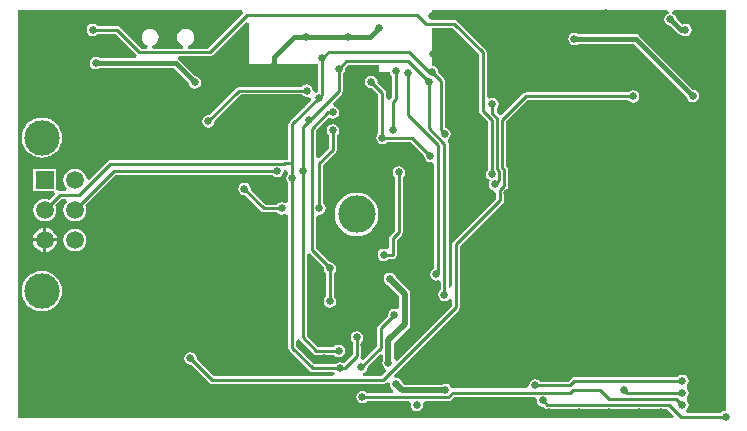
<source format=gbl>
%FSLAX23Y23*%
%MOIN*%
G70*
G01*
G75*
G04 Layer_Physical_Order=2*
G04 Layer_Color=16711680*
%ADD10R,0.026X0.030*%
%ADD11R,0.030X0.026*%
%ADD12R,0.031X0.028*%
%ADD13R,0.039X0.031*%
%ADD14R,0.028X0.059*%
%ADD15R,0.012X0.020*%
%ADD16R,0.020X0.012*%
%ADD17R,0.051X0.022*%
%ADD18R,0.024X0.024*%
%ADD19R,0.118X0.039*%
%ADD20R,0.039X0.118*%
%ADD21R,0.010X0.020*%
%ADD22R,0.020X0.010*%
%ADD23R,0.010X0.013*%
%ADD24R,0.013X0.010*%
%ADD25O,0.065X0.012*%
%ADD26R,0.037X0.018*%
%ADD27R,0.035X0.031*%
%ADD28R,0.031X0.035*%
%ADD29R,0.063X0.224*%
%ADD30R,0.024X0.024*%
%ADD31R,0.035X0.026*%
%ADD32R,0.026X0.035*%
%ADD33R,0.033X0.059*%
%ADD34R,0.169X0.065*%
%ADD35R,0.053X0.094*%
%ADD36R,0.028X0.018*%
%ADD37R,0.063X0.098*%
%ADD38R,0.012X0.031*%
%ADD39R,0.031X0.012*%
%ADD40R,0.047X0.047*%
%ADD41R,0.051X0.016*%
%ADD42R,0.022X0.051*%
%ADD43C,0.010*%
%ADD44C,0.030*%
%ADD45C,0.015*%
%ADD46C,0.020*%
%ADD47C,0.040*%
%ADD48C,0.011*%
%ADD49C,0.008*%
%ADD50C,0.125*%
%ADD51C,0.118*%
%ADD52C,0.059*%
%ADD53R,0.059X0.059*%
%ADD54C,0.025*%
G36*
X37Y-470D02*
Y-486D01*
X36Y-487D01*
X34Y-495D01*
X36Y-503D01*
X40Y-510D01*
X44Y-513D01*
X47Y-522D01*
X47Y-524D01*
X32Y-540D01*
X-28D01*
X-29Y-530D01*
X-27Y-529D01*
X-20Y-525D01*
X-16Y-518D01*
X-14Y-510D01*
X-14Y-508D01*
X27Y-466D01*
X37Y-470D01*
D02*
G37*
G36*
X357Y535D02*
Y345D01*
X358Y340D01*
X361Y336D01*
X387Y310D01*
Y149D01*
X386Y149D01*
X382Y142D01*
X380Y134D01*
X382Y126D01*
X386Y119D01*
X393Y115D01*
X391Y109D01*
X391Y108D01*
X389Y100D01*
X391Y92D01*
X395Y85D01*
X396Y85D01*
X402Y81D01*
X404Y80D01*
D01*
X411Y75D01*
X413Y70D01*
Y52D01*
X271Y-91D01*
X268Y-95D01*
X267Y-100D01*
Y-238D01*
X257Y-244D01*
X256Y-243D01*
X256Y-243D01*
Y231D01*
X256Y235D01*
X255Y240D01*
D01*
Y240D01*
X255Y250D01*
X257Y253D01*
X258Y253D01*
X262Y260D01*
X264Y268D01*
X262Y276D01*
X258Y283D01*
X251Y287D01*
X243Y289D01*
Y445D01*
X242Y450D01*
X239Y454D01*
X221Y473D01*
X221Y475D01*
X219Y483D01*
X215Y490D01*
X208Y494D01*
X200Y496D01*
Y622D01*
X270D01*
X357Y535D01*
D02*
G37*
G36*
X25Y475D02*
X60D01*
X61Y470D01*
X65Y463D01*
X67Y462D01*
Y390D01*
X61Y384D01*
X58Y381D01*
X58Y381D01*
X48Y387D01*
Y405D01*
X48Y405D01*
X47Y410D01*
X44Y414D01*
X18Y441D01*
X19Y442D01*
X17Y450D01*
X12Y457D01*
X6Y462D01*
X-2Y463D01*
X-10Y462D01*
X-17Y457D01*
X-22Y450D01*
X-23Y442D01*
X-22Y434D01*
X-17Y428D01*
X-10Y423D01*
X-2Y421D01*
X-1Y422D01*
X22Y400D01*
Y271D01*
X20Y270D01*
X16Y263D01*
X14Y255D01*
X16Y247D01*
X20Y240D01*
X27Y236D01*
X35Y234D01*
X43Y236D01*
X50Y240D01*
X51Y242D01*
X130D01*
X174Y197D01*
X174Y195D01*
X176Y187D01*
X180Y180D01*
X187Y176D01*
X195Y174D01*
X197Y174D01*
X207Y167D01*
Y-181D01*
X200Y-185D01*
X196Y-192D01*
X194Y-200D01*
X196Y-208D01*
X200Y-215D01*
X207Y-219D01*
X215Y-221D01*
X219Y-220D01*
X229Y-226D01*
Y-252D01*
X228Y-253D01*
X223Y-260D01*
X221Y-268D01*
X223Y-276D01*
X228Y-282D01*
X234Y-287D01*
X242Y-289D01*
X250Y-287D01*
X257Y-283D01*
X259Y-283D01*
X267Y-286D01*
Y-305D01*
X84Y-487D01*
X82Y-487D01*
X73Y-480D01*
Y-428D01*
X123Y-378D01*
X126Y-374D01*
X127Y-372D01*
X128Y-365D01*
Y-265D01*
X127Y-259D01*
X127Y-258D01*
X123Y-252D01*
X80Y-209D01*
X79Y-207D01*
X75Y-200D01*
X68Y-196D01*
X60Y-194D01*
X52Y-196D01*
X45Y-200D01*
X41Y-207D01*
X39Y-215D01*
X41Y-223D01*
X45Y-230D01*
X52Y-234D01*
X54Y-235D01*
X92Y-273D01*
Y-309D01*
X85Y-314D01*
X82Y-315D01*
X75Y-314D01*
X67Y-316D01*
X60Y-320D01*
X56Y-327D01*
X54Y-335D01*
X54Y-337D01*
X21Y-371D01*
X18Y-375D01*
X17Y-380D01*
Y-440D01*
X-27Y-483D01*
X-30Y-484D01*
X-30Y-484D01*
X-38Y-477D01*
X-37Y-472D01*
Y-426D01*
X-35Y-425D01*
X-31Y-418D01*
X-29Y-410D01*
X-31Y-402D01*
X-35Y-395D01*
X-42Y-391D01*
X-50Y-389D01*
X-58Y-391D01*
X-65Y-395D01*
X-69Y-402D01*
X-71Y-410D01*
X-69Y-418D01*
X-65Y-425D01*
X-63Y-426D01*
Y-467D01*
X-93Y-496D01*
X-97Y-494D01*
X-105Y-492D01*
X-113Y-494D01*
X-120Y-498D01*
X-121Y-500D01*
X-192D01*
X-252Y-440D01*
Y-422D01*
X-242Y-416D01*
X-242Y-416D01*
X-239Y-419D01*
X-194Y-464D01*
X-190Y-467D01*
X-185Y-468D01*
X-126D01*
X-125Y-470D01*
X-118Y-474D01*
X-110Y-476D01*
X-102Y-474D01*
X-95Y-470D01*
X-91Y-463D01*
X-89Y-455D01*
X-91Y-447D01*
X-95Y-440D01*
X-102Y-436D01*
X-110Y-434D01*
X-118Y-436D01*
X-125Y-440D01*
X-126Y-442D01*
X-180D01*
X-217Y-405D01*
Y-133D01*
X-207Y-130D01*
X-160Y-176D01*
X-161Y-180D01*
X-159Y-188D01*
X-155Y-195D01*
X-153Y-196D01*
Y-274D01*
X-155Y-275D01*
X-159Y-282D01*
X-161Y-290D01*
X-159Y-298D01*
X-155Y-305D01*
X-148Y-309D01*
X-140Y-311D01*
X-132Y-309D01*
X-125Y-305D01*
X-121Y-298D01*
X-119Y-290D01*
X-121Y-282D01*
X-125Y-275D01*
X-127Y-274D01*
Y-196D01*
X-125Y-195D01*
X-121Y-188D01*
X-119Y-180D01*
X-121Y-172D01*
X-125Y-165D01*
X-132Y-161D01*
X-140Y-159D01*
X-187Y-112D01*
Y-8D01*
X-177Y-1D01*
X-175Y-1D01*
X-167Y1D01*
X-160Y5D01*
X-156Y12D01*
X-154Y20D01*
X-156Y28D01*
X-160Y35D01*
X-162Y36D01*
Y165D01*
X-121Y206D01*
X-118Y210D01*
X-117Y215D01*
Y264D01*
X-115Y265D01*
X-111Y272D01*
X-109Y280D01*
X-111Y288D01*
X-115Y295D01*
X-122Y299D01*
X-130Y301D01*
X-138Y299D01*
X-145Y295D01*
X-149Y288D01*
X-151Y280D01*
X-149Y272D01*
X-145Y265D01*
X-143Y264D01*
Y220D01*
X-177Y187D01*
X-187Y191D01*
Y280D01*
X-143Y324D01*
X-138Y321D01*
X-130Y319D01*
X-122Y321D01*
X-115Y325D01*
X-111Y332D01*
X-109Y340D01*
X-111Y348D01*
X-115Y355D01*
X-122Y359D01*
X-127Y360D01*
X-131Y369D01*
X-131Y370D01*
X-101Y401D01*
X-98Y405D01*
X-97Y410D01*
Y469D01*
X-95Y470D01*
X-91Y477D01*
X-89Y485D01*
X-89Y487D01*
X-80Y497D01*
X25D01*
Y475D01*
D02*
G37*
G36*
X1180Y-654D02*
X1172Y-656D01*
X1165Y-660D01*
X1164Y-662D01*
X1050D01*
X1047Y-652D01*
X1050Y-650D01*
X1054Y-643D01*
X1056Y-635D01*
X1054Y-627D01*
X1050Y-620D01*
Y-610D01*
X1054Y-603D01*
X1056Y-595D01*
X1054Y-587D01*
X1050Y-580D01*
Y-570D01*
X1054Y-563D01*
X1056Y-555D01*
X1054Y-547D01*
X1050Y-540D01*
X1043Y-536D01*
X1035Y-534D01*
X1027Y-536D01*
X1020Y-540D01*
X1019Y-542D01*
X675D01*
X670Y-543D01*
X666Y-546D01*
X655Y-557D01*
X561D01*
X560Y-555D01*
X553Y-551D01*
X545Y-549D01*
X537Y-551D01*
X530Y-555D01*
X526Y-562D01*
X524Y-570D01*
X524Y-570D01*
X516Y-580D01*
X270D01*
X269Y-580D01*
X264Y-577D01*
X260Y-570D01*
X253Y-566D01*
X245Y-564D01*
X237Y-566D01*
X236Y-567D01*
X108D01*
X100Y-559D01*
X99Y-557D01*
X95Y-550D01*
X88Y-546D01*
X80Y-544D01*
X78Y-544D01*
X74Y-535D01*
X289Y-319D01*
X292Y-315D01*
X293Y-310D01*
Y-105D01*
X436Y37D01*
X439Y41D01*
X440Y47D01*
Y74D01*
X450Y85D01*
X453Y89D01*
X454Y94D01*
Y150D01*
X453Y155D01*
X450Y159D01*
X448Y161D01*
Y310D01*
X520Y381D01*
X855D01*
X856Y379D01*
X863Y375D01*
X871Y373D01*
X879Y375D01*
X886Y379D01*
X890Y386D01*
X892Y394D01*
X890Y402D01*
X886Y409D01*
X879Y413D01*
X871Y415D01*
X863Y413D01*
X856Y409D01*
X855Y407D01*
X514D01*
X509Y406D01*
X505Y404D01*
X432Y330D01*
X425Y331D01*
X416Y341D01*
Y352D01*
X417Y353D01*
X422Y359D01*
X423Y367D01*
X422Y375D01*
X417Y382D01*
X410Y387D01*
X402Y388D01*
X394Y387D01*
X393Y386D01*
X383Y391D01*
Y540D01*
X382Y545D01*
X379Y549D01*
X284Y644D01*
X280Y647D01*
X275Y648D01*
X200D01*
Y680D01*
X982D01*
X990Y675D01*
X990Y670D01*
X987Y669D01*
X982Y666D01*
X980Y665D01*
X976Y658D01*
X974Y650D01*
X976Y642D01*
X980Y635D01*
X987Y631D01*
X993Y629D01*
X1019Y604D01*
X1024Y600D01*
X1030Y599D01*
X1032D01*
X1037Y596D01*
X1045Y594D01*
X1053Y596D01*
X1060Y600D01*
X1064Y607D01*
X1066Y615D01*
X1064Y623D01*
X1060Y630D01*
X1053Y634D01*
X1045Y636D01*
X1037Y634D01*
X1035Y633D01*
X1016Y652D01*
X1014Y658D01*
X1010Y665D01*
X1008Y666D01*
X1003Y669D01*
X1000Y670D01*
X1000Y675D01*
X1008Y680D01*
X1180D01*
Y-654D01*
D02*
G37*
G36*
X-429Y670D02*
X-545Y553D01*
X-612D01*
X-614Y563D01*
X-607Y566D01*
X-601Y570D01*
X-597Y576D01*
X-594Y583D01*
X-593Y590D01*
X-594Y597D01*
X-597Y604D01*
X-601Y610D01*
X-607Y614D01*
X-614Y617D01*
X-621Y618D01*
X-628Y617D01*
X-635Y614D01*
X-641Y610D01*
X-645Y604D01*
X-648Y597D01*
X-649Y590D01*
X-648Y583D01*
X-645Y576D01*
X-641Y570D01*
X-635Y566D01*
X-628Y563D01*
X-630Y553D01*
X-730D01*
X-732Y563D01*
X-725Y566D01*
X-719Y570D01*
X-715Y576D01*
X-712Y583D01*
X-711Y590D01*
X-712Y597D01*
X-715Y604D01*
X-719Y610D01*
X-725Y614D01*
X-732Y617D01*
X-739Y618D01*
X-746Y617D01*
X-753Y614D01*
X-759Y610D01*
X-763Y604D01*
X-766Y597D01*
X-767Y590D01*
X-766Y583D01*
X-763Y576D01*
X-759Y570D01*
X-753Y566D01*
X-746Y563D01*
X-748Y553D01*
X-770D01*
X-841Y624D01*
X-845Y627D01*
X-850Y628D01*
X-914D01*
X-915Y630D01*
X-922Y634D01*
X-930Y636D01*
X-938Y634D01*
X-945Y630D01*
X-949Y623D01*
X-951Y615D01*
X-949Y607D01*
X-945Y600D01*
X-938Y596D01*
X-930Y594D01*
X-922Y596D01*
X-915Y600D01*
X-914Y602D01*
X-855D01*
X-784Y531D01*
X-784Y530D01*
X-787Y520D01*
X-907D01*
X-913Y524D01*
X-921Y525D01*
X-929Y524D01*
X-935Y519D01*
X-940Y512D01*
X-941Y504D01*
X-940Y496D01*
X-935Y490D01*
X-929Y485D01*
X-921Y484D01*
X-913Y485D01*
X-907Y489D01*
X-661D01*
X-611Y438D01*
X-609Y432D01*
X-605Y425D01*
X-598Y421D01*
X-590Y419D01*
X-582Y421D01*
X-575Y425D01*
X-571Y432D01*
X-569Y440D01*
X-571Y448D01*
X-575Y455D01*
X-582Y459D01*
X-588Y461D01*
X-643Y516D01*
X-645Y517D01*
X-642Y527D01*
X-540D01*
X-535Y528D01*
X-531Y531D01*
X-419Y642D01*
X-410Y638D01*
Y500D01*
X-178D01*
Y410D01*
X-184Y409D01*
X-187Y406D01*
X-196Y412D01*
X-196Y413D01*
X-198Y421D01*
X-202Y428D01*
X-209Y432D01*
X-217Y434D01*
X-225Y432D01*
X-232Y428D01*
X-233Y426D01*
X-442D01*
X-447Y425D01*
X-451Y422D01*
X-543Y331D01*
X-545Y331D01*
X-553Y329D01*
X-560Y325D01*
X-564Y318D01*
X-566Y310D01*
X-564Y302D01*
X-560Y295D01*
X-553Y291D01*
X-545Y289D01*
X-537Y291D01*
X-530Y295D01*
X-526Y302D01*
X-524Y310D01*
X-524Y312D01*
X-436Y400D01*
X-233D01*
X-232Y398D01*
X-225Y394D01*
X-217Y392D01*
X-213Y393D01*
X-204Y388D01*
X-202Y386D01*
X-202Y382D01*
X-274Y309D01*
X-277Y305D01*
X-278Y300D01*
Y183D01*
X-290D01*
X-295Y182D01*
X-296Y182D01*
X-872D01*
X-877Y181D01*
X-881Y178D01*
X-942Y116D01*
X-953Y120D01*
X-953Y125D01*
X-957Y134D01*
X-963Y142D01*
X-971Y148D01*
X-980Y152D01*
X-990Y153D01*
X-1000Y152D01*
X-1009Y148D01*
X-1017Y142D01*
X-1023Y134D01*
X-1027Y125D01*
X-1028Y115D01*
X-1027Y105D01*
X-1023Y96D01*
X-1017Y88D01*
X-1020Y78D01*
X-1040D01*
X-1042Y78D01*
X-1050Y82D01*
X-1052Y84D01*
Y153D01*
X-1128D01*
Y77D01*
X-1060D01*
X-1056Y67D01*
X-1075Y49D01*
X-1080Y52D01*
X-1090Y53D01*
X-1100Y52D01*
X-1109Y48D01*
X-1117Y42D01*
X-1123Y34D01*
X-1127Y25D01*
X-1128Y15D01*
X-1127Y5D01*
X-1123Y-4D01*
X-1117Y-12D01*
X-1109Y-18D01*
X-1100Y-22D01*
X-1090Y-23D01*
X-1080Y-22D01*
X-1071Y-18D01*
X-1063Y-12D01*
X-1057Y-4D01*
X-1053Y5D01*
X-1052Y15D01*
X-1053Y25D01*
X-1056Y30D01*
X-1035Y52D01*
X-1020D01*
X-1017Y42D01*
X-1023Y34D01*
X-1027Y25D01*
X-1028Y15D01*
X-1027Y5D01*
X-1023Y-4D01*
X-1017Y-12D01*
X-1009Y-18D01*
X-1000Y-22D01*
X-990Y-23D01*
X-980Y-22D01*
X-971Y-18D01*
X-963Y-12D01*
X-957Y-4D01*
X-953Y5D01*
X-952Y15D01*
X-953Y25D01*
X-956Y30D01*
X-855Y132D01*
X-331D01*
X-330Y130D01*
X-323Y126D01*
X-315Y124D01*
X-307Y126D01*
X-300Y130D01*
X-296Y137D01*
X-294Y145D01*
X-294Y145D01*
X-293Y148D01*
X-288Y150D01*
X-278Y143D01*
Y136D01*
X-280Y135D01*
X-284Y128D01*
X-286Y120D01*
X-284Y112D01*
X-280Y105D01*
X-278Y104D01*
Y41D01*
X-279Y41D01*
X-288Y37D01*
X-292Y39D01*
X-300Y41D01*
X-308Y39D01*
X-315Y35D01*
X-316Y33D01*
X-355D01*
X-404Y83D01*
X-404Y85D01*
X-406Y93D01*
X-410Y100D01*
X-417Y104D01*
X-425Y106D01*
X-433Y104D01*
X-440Y100D01*
X-444Y93D01*
X-446Y85D01*
X-444Y77D01*
X-440Y70D01*
X-433Y66D01*
X-425Y64D01*
X-423Y64D01*
X-369Y11D01*
X-365Y8D01*
X-360Y7D01*
X-316D01*
X-315Y5D01*
X-308Y1D01*
X-300Y-1D01*
X-292Y1D01*
X-288Y3D01*
X-279Y-1D01*
X-278Y-1D01*
Y-445D01*
X-277Y-450D01*
X-274Y-454D01*
X-206Y-522D01*
X-202Y-525D01*
X-197Y-526D01*
X-126D01*
X-123Y-530D01*
X-128Y-540D01*
X-527D01*
X-584Y-482D01*
X-584Y-480D01*
X-586Y-472D01*
X-590Y-465D01*
X-597Y-461D01*
X-605Y-459D01*
X-613Y-461D01*
X-620Y-465D01*
X-624Y-472D01*
X-626Y-480D01*
X-624Y-488D01*
X-620Y-495D01*
X-613Y-499D01*
X-605Y-501D01*
X-603Y-501D01*
X-541Y-562D01*
X-537Y-565D01*
X-532Y-566D01*
X37D01*
X42Y-565D01*
X46Y-562D01*
X50Y-559D01*
X59Y-563D01*
X59Y-565D01*
X61Y-573D01*
X65Y-580D01*
X72Y-584D01*
X72Y-594D01*
X71Y-595D01*
X-16D01*
X-17Y-594D01*
X-24Y-589D01*
X-32Y-588D01*
X-39Y-589D01*
X-46Y-594D01*
X-51Y-601D01*
X-52Y-609D01*
X-51Y-616D01*
X-46Y-623D01*
X-39Y-628D01*
X-32Y-629D01*
X-24Y-628D01*
X-17Y-623D01*
X-16Y-622D01*
X123D01*
X130Y-632D01*
X129Y-635D01*
X131Y-643D01*
X135Y-650D01*
X142Y-654D01*
X150Y-656D01*
X158Y-654D01*
X165Y-650D01*
X169Y-643D01*
X171Y-635D01*
X170Y-632D01*
X177Y-622D01*
X255D01*
X260Y-621D01*
X264Y-618D01*
X275Y-607D01*
X543D01*
X550Y-617D01*
X549Y-620D01*
X551Y-628D01*
X555Y-635D01*
X562Y-639D01*
X570Y-641D01*
X572Y-641D01*
X576Y-644D01*
X580Y-647D01*
X585Y-648D01*
X985D01*
X1007Y-671D01*
X1003Y-680D01*
X-1180D01*
Y680D01*
X-433D01*
X-429Y670D01*
D02*
G37*
%LPC*%
G36*
X-1051Y-90D02*
X-1085D01*
Y-124D01*
X-1080Y-124D01*
X-1070Y-120D01*
X-1062Y-113D01*
X-1055Y-105D01*
X-1051Y-95D01*
X-1051Y-90D01*
D02*
G37*
G36*
X-990Y-47D02*
X-1000Y-48D01*
X-1009Y-52D01*
X-1017Y-58D01*
X-1023Y-66D01*
X-1027Y-75D01*
X-1028Y-85D01*
X-1027Y-95D01*
X-1023Y-104D01*
X-1017Y-112D01*
X-1009Y-118D01*
X-1000Y-122D01*
X-990Y-123D01*
X-980Y-122D01*
X-971Y-118D01*
X-963Y-112D01*
X-957Y-104D01*
X-953Y-95D01*
X-952Y-85D01*
X-953Y-75D01*
X-957Y-66D01*
X-963Y-58D01*
X-971Y-52D01*
X-980Y-48D01*
X-990Y-47D01*
D02*
G37*
G36*
X-1100Y-189D02*
X-1113Y-190D01*
X-1126Y-194D01*
X-1137Y-200D01*
X-1148Y-208D01*
X-1156Y-218D01*
X-1162Y-230D01*
X-1166Y-243D01*
X-1167Y-256D01*
X-1166Y-269D01*
X-1162Y-282D01*
X-1156Y-293D01*
X-1148Y-304D01*
X-1137Y-312D01*
X-1126Y-318D01*
X-1113Y-322D01*
X-1100Y-323D01*
X-1087Y-322D01*
X-1074Y-318D01*
X-1063Y-312D01*
X-1052Y-304D01*
X-1044Y-293D01*
X-1038Y-282D01*
X-1034Y-269D01*
X-1033Y-256D01*
X-1034Y-243D01*
X-1038Y-230D01*
X-1044Y-218D01*
X-1052Y-208D01*
X-1063Y-200D01*
X-1074Y-194D01*
X-1087Y-190D01*
X-1100Y-189D01*
D02*
G37*
G36*
X-1095Y-90D02*
X-1129D01*
X-1129Y-95D01*
X-1125Y-105D01*
X-1118Y-113D01*
X-1110Y-120D01*
X-1100Y-124D01*
X-1095Y-124D01*
Y-90D01*
D02*
G37*
G36*
X-51Y73D02*
X-65Y71D01*
X-79Y67D01*
X-91Y61D01*
X-103Y52D01*
X-112Y40D01*
X-118Y28D01*
X-122Y14D01*
X-124Y0D01*
X-122Y-14D01*
X-118Y-28D01*
X-112Y-40D01*
X-103Y-52D01*
X-91Y-61D01*
X-79Y-67D01*
X-65Y-71D01*
X-51Y-73D01*
X-37Y-71D01*
X-23Y-67D01*
X-11Y-61D01*
X1Y-52D01*
X10Y-40D01*
X16Y-28D01*
X20Y-14D01*
X22Y0D01*
X20Y14D01*
X16Y28D01*
X10Y40D01*
X1Y52D01*
X-11Y61D01*
X-23Y67D01*
X-37Y71D01*
X-51Y73D01*
D02*
G37*
G36*
X-1100Y323D02*
X-1113Y322D01*
X-1126Y318D01*
X-1137Y312D01*
X-1148Y304D01*
X-1156Y293D01*
X-1162Y282D01*
X-1166Y269D01*
X-1167Y256D01*
X-1166Y243D01*
X-1162Y230D01*
X-1156Y218D01*
X-1148Y208D01*
X-1137Y200D01*
X-1126Y194D01*
X-1113Y190D01*
X-1100Y189D01*
X-1087Y190D01*
X-1074Y194D01*
X-1063Y200D01*
X-1052Y208D01*
X-1044Y218D01*
X-1038Y230D01*
X-1034Y243D01*
X-1033Y256D01*
X-1034Y269D01*
X-1038Y282D01*
X-1044Y293D01*
X-1052Y304D01*
X-1063Y312D01*
X-1074Y318D01*
X-1087Y322D01*
X-1100Y323D01*
D02*
G37*
G36*
X675Y606D02*
X667Y604D01*
X660Y600D01*
X656Y593D01*
X654Y585D01*
X656Y577D01*
X660Y570D01*
X667Y566D01*
X675Y564D01*
X683Y566D01*
X688Y569D01*
X873D01*
X1049Y393D01*
X1051Y387D01*
X1055Y380D01*
X1062Y376D01*
X1070Y374D01*
X1078Y376D01*
X1085Y380D01*
X1089Y387D01*
X1091Y395D01*
X1089Y403D01*
X1085Y410D01*
X1078Y414D01*
X1072Y416D01*
X891Y596D01*
X886Y600D01*
X880Y601D01*
X688D01*
X683Y604D01*
X675Y606D01*
D02*
G37*
G36*
X90Y161D02*
X82Y159D01*
X75Y155D01*
X71Y148D01*
X69Y140D01*
X71Y132D01*
X75Y125D01*
X77Y124D01*
Y-55D01*
X61Y-71D01*
X58Y-75D01*
X57Y-80D01*
Y-110D01*
X50Y-115D01*
X47Y-115D01*
X40Y-114D01*
X32Y-116D01*
X25Y-120D01*
X21Y-127D01*
X19Y-135D01*
X21Y-143D01*
X25Y-150D01*
X32Y-154D01*
X40Y-156D01*
X48Y-154D01*
X55Y-150D01*
X56Y-148D01*
X70D01*
X75Y-147D01*
X79Y-144D01*
X82Y-140D01*
X83Y-135D01*
Y-85D01*
X99Y-69D01*
X102Y-65D01*
X103Y-60D01*
Y124D01*
X105Y125D01*
X109Y132D01*
X111Y140D01*
X109Y148D01*
X105Y155D01*
X98Y159D01*
X90Y161D01*
D02*
G37*
G36*
X-1095Y-46D02*
X-1100Y-46D01*
X-1110Y-50D01*
X-1118Y-57D01*
X-1125Y-65D01*
X-1129Y-75D01*
X-1129Y-80D01*
X-1095D01*
Y-46D01*
D02*
G37*
G36*
X-1085D02*
Y-80D01*
X-1051D01*
X-1051Y-75D01*
X-1055Y-65D01*
X-1062Y-57D01*
X-1070Y-50D01*
X-1080Y-46D01*
X-1085Y-46D01*
D02*
G37*
%LPD*%
D43*
X230Y280D02*
X243Y268D01*
X410Y100D02*
X425Y115D01*
X426Y80D02*
X441Y94D01*
X426Y47D02*
Y80D01*
X280Y-100D02*
X426Y47D01*
X441Y94D02*
Y150D01*
X280Y-310D02*
Y-100D01*
X425Y115D02*
Y144D01*
X416Y152D02*
X425Y144D01*
X416Y152D02*
Y322D01*
X402Y335D02*
X416Y322D01*
X402Y335D02*
Y367D01*
X435Y156D02*
Y315D01*
Y156D02*
X441Y150D01*
X400Y135D02*
X401Y134D01*
X400Y135D02*
Y315D01*
X370Y345D02*
X400Y315D01*
X370Y345D02*
Y540D01*
X435Y315D02*
X514Y394D01*
X275Y635D02*
X370Y540D01*
X70Y-135D02*
Y-80D01*
X40Y-135D02*
X70D01*
X-265Y170D02*
Y300D01*
Y120D02*
Y170D01*
X-290D02*
X-265D01*
X-292Y169D02*
X-290Y170D01*
X-872Y169D02*
X-292D01*
X-975Y65D02*
X-872Y169D01*
X-230Y-410D02*
Y290D01*
X-860Y145D02*
X-315D01*
X-990Y15D02*
X-860Y145D01*
X-200Y-118D02*
Y285D01*
X-175Y170D02*
X-130Y215D01*
X-175Y20D02*
Y170D01*
X-130Y215D02*
Y280D01*
X-1040Y65D02*
X-975D01*
X-1090Y15D02*
X-1040Y65D01*
X-105Y-513D02*
X-91D01*
X-197D02*
X-105D01*
X-532Y-553D02*
X37D01*
X-32Y-609D02*
X255D01*
X270Y-594D01*
X662D01*
X670Y-585D01*
X760D01*
X660Y-570D02*
X675Y-555D01*
X545Y-570D02*
X660D01*
X675Y-555D02*
X1035D01*
X790Y-615D02*
X1015D01*
X760Y-585D02*
X790Y-615D01*
X37Y-553D02*
X280Y-310D01*
X570Y-620D02*
X585Y-635D01*
X990D01*
X840Y-585D02*
X850Y-595D01*
X1035D01*
X990Y-635D02*
X1030Y-675D01*
X1015Y-615D02*
X1035Y-635D01*
X1030Y-675D02*
X1180D01*
X30Y-380D02*
X75Y-335D01*
X30Y-445D02*
Y-380D01*
X-35Y-510D02*
X30Y-445D01*
X-50Y-472D02*
Y-410D01*
X-91Y-513D02*
X-50Y-472D01*
X-605Y-480D02*
X-532Y-553D01*
X-442Y413D02*
X-217D01*
X-545Y310D02*
X-442Y413D01*
X-415Y665D02*
X150D01*
X180Y635D01*
X275D01*
X-540Y540D02*
X-415Y665D01*
X-232Y366D02*
X-231D01*
X-176Y389D02*
X-165Y400D01*
X-265Y300D02*
X-176Y389D01*
X-165Y400D02*
Y520D01*
X190Y475D02*
X200D01*
X124Y541D02*
X190Y475D01*
X-144Y541D02*
X124D01*
X200Y475D02*
X230Y445D01*
X-850Y615D02*
X-775Y540D01*
X-540D01*
X-165Y520D02*
X-144Y541D01*
X-930Y615D02*
X-850D01*
X242Y-268D02*
Y235D01*
X-140Y-290D02*
Y-180D01*
X230Y280D02*
Y445D01*
X871Y394D02*
X873Y391D01*
X514Y394D02*
X871D01*
X215Y-200D02*
X220Y-195D01*
Y230D01*
X190Y287D02*
Y440D01*
Y287D02*
X242Y235D01*
X-185Y-455D02*
X-110D01*
Y485D02*
X-85Y510D01*
X120D01*
X190Y440D01*
X120Y330D02*
Y470D01*
Y330D02*
X220Y230D01*
X-265Y-445D02*
X-197Y-513D01*
X-265Y-445D02*
Y120D01*
X-360Y20D02*
X-300D01*
X-425Y85D02*
X-360Y20D01*
X-2Y442D02*
X35Y405D01*
X70Y280D02*
Y375D01*
X80Y385D01*
Y478D01*
X135Y255D02*
X195Y195D01*
X35Y255D02*
X135D01*
X-200Y-118D02*
X-139Y-179D01*
X-110Y410D02*
Y485D01*
X-200Y285D02*
X-145Y340D01*
X-130D01*
X35Y255D02*
Y405D01*
X-230Y-410D02*
X-185Y-455D01*
X-230Y290D02*
X-110Y410D01*
X70Y-80D02*
X90Y-60D01*
Y140D01*
D45*
X-220Y590D02*
X-80D01*
X-260D02*
X-220D01*
X-5D02*
X25Y620D01*
X-80Y590D02*
X-5D01*
X-325Y525D02*
X-260Y590D01*
X-325Y495D02*
Y525D01*
X-654Y504D02*
X-590Y440D01*
X-921Y504D02*
X-654D01*
X1030Y615D02*
X1045D01*
X995Y650D02*
X1030Y615D01*
X880Y585D02*
X1070Y395D01*
X675Y585D02*
X880D01*
D46*
X80Y-565D02*
X100Y-585D01*
X245D01*
X55Y-495D02*
Y-420D01*
X60Y-215D02*
X110Y-265D01*
Y-365D02*
Y-265D01*
X55Y-420D02*
X110Y-365D01*
D50*
X-51Y0D02*
D03*
D51*
X-1100Y256D02*
D03*
Y-256D02*
D03*
D52*
X-990Y115D02*
D03*
Y-85D02*
D03*
Y15D02*
D03*
X-1090D02*
D03*
Y-85D02*
D03*
D53*
Y115D02*
D03*
D54*
X45Y35D02*
D03*
X-220Y590D02*
D03*
X-1160Y180D02*
D03*
Y-505D02*
D03*
Y-420D02*
D03*
X-678Y-514D02*
D03*
X-290Y-585D02*
D03*
X243Y268D02*
D03*
X410Y100D02*
D03*
X460Y270D02*
D03*
Y170D02*
D03*
X401Y134D02*
D03*
X402Y367D02*
D03*
X90Y140D02*
D03*
X40Y-135D02*
D03*
X-315Y145D02*
D03*
X-105Y-513D02*
D03*
X-32Y-609D02*
D03*
X190Y-660D02*
D03*
X80Y-565D02*
D03*
X55Y-495D02*
D03*
X20Y-520D02*
D03*
X245Y-585D02*
D03*
X545Y-570D02*
D03*
X570Y-620D02*
D03*
X840Y-585D02*
D03*
X965Y-660D02*
D03*
X1035Y-595D02*
D03*
Y-635D02*
D03*
Y-555D02*
D03*
X1180Y-675D02*
D03*
X60Y-215D02*
D03*
X150Y-635D02*
D03*
X75Y-335D02*
D03*
X-35Y-510D02*
D03*
X-545Y310D02*
D03*
X-430Y-155D02*
D03*
Y-65D02*
D03*
X25Y620D02*
D03*
X-80Y590D02*
D03*
X-232Y366D02*
D03*
X-217Y413D02*
D03*
X-176Y389D02*
D03*
X-435Y490D02*
D03*
X-325Y495D02*
D03*
X205Y535D02*
D03*
X200Y475D02*
D03*
X-869Y549D02*
D03*
X-600Y350D02*
D03*
Y660D02*
D03*
X-750D02*
D03*
X-840Y350D02*
D03*
X-720D02*
D03*
X-590Y440D02*
D03*
X-921Y504D02*
D03*
X-160Y-480D02*
D03*
X-50Y-410D02*
D03*
X-1160Y-340D02*
D03*
X-870Y-190D02*
D03*
X-570Y-140D02*
D03*
X-750Y100D02*
D03*
Y-100D02*
D03*
X-495Y-485D02*
D03*
X-195Y-290D02*
D03*
X-355Y-310D02*
D03*
X335Y390D02*
D03*
X780Y670D02*
D03*
X600Y660D02*
D03*
X500D02*
D03*
X400D02*
D03*
X300D02*
D03*
X200D02*
D03*
X950Y-350D02*
D03*
X850D02*
D03*
X750D02*
D03*
X650D02*
D03*
X550D02*
D03*
X450D02*
D03*
Y-260D02*
D03*
Y-160D02*
D03*
Y-60D02*
D03*
Y70D02*
D03*
X520Y310D02*
D03*
X620D02*
D03*
X720D02*
D03*
X810D02*
D03*
X900D02*
D03*
X1070D02*
D03*
X1150Y390D02*
D03*
X1160Y310D02*
D03*
Y210D02*
D03*
Y110D02*
D03*
Y10D02*
D03*
Y-90D02*
D03*
Y-190D02*
D03*
Y-290D02*
D03*
Y-390D02*
D03*
X890Y-660D02*
D03*
X790D02*
D03*
X690D02*
D03*
X590D02*
D03*
X490D02*
D03*
X390D02*
D03*
X290D02*
D03*
X80D02*
D03*
X-20D02*
D03*
X-150D02*
D03*
X-380D02*
D03*
X-290D02*
D03*
X-470D02*
D03*
X-660D02*
D03*
X-760D02*
D03*
X-860D02*
D03*
X-960D02*
D03*
X-1060D02*
D03*
X-1160D02*
D03*
Y350D02*
D03*
Y470D02*
D03*
Y590D02*
D03*
X-1030Y660D02*
D03*
X-1160D02*
D03*
X-930Y615D02*
D03*
X-605Y-480D02*
D03*
X871Y394D02*
D03*
X-140Y-290D02*
D03*
Y-180D02*
D03*
X675Y585D02*
D03*
X1070Y395D02*
D03*
X1045Y615D02*
D03*
X995Y650D02*
D03*
X242Y-268D02*
D03*
X-110Y-455D02*
D03*
X-750Y-200D02*
D03*
X-650Y-300D02*
D03*
X190Y440D02*
D03*
X260Y580D02*
D03*
X735Y-165D02*
D03*
X883Y-163D02*
D03*
X1046Y-264D02*
D03*
X580Y-200D02*
D03*
X990Y310D02*
D03*
X215Y-200D02*
D03*
X-165Y520D02*
D03*
X-110Y485D02*
D03*
X-25Y-435D02*
D03*
X70Y280D02*
D03*
X80Y478D02*
D03*
X120Y470D02*
D03*
X-265Y120D02*
D03*
X-300Y20D02*
D03*
X-425Y85D02*
D03*
X-2Y442D02*
D03*
X-130Y340D02*
D03*
X35Y255D02*
D03*
X195Y195D02*
D03*
X-175Y20D02*
D03*
X-210Y315D02*
D03*
X-130Y280D02*
D03*
X-380Y240D02*
D03*
X-231Y144D02*
D03*
M02*

</source>
